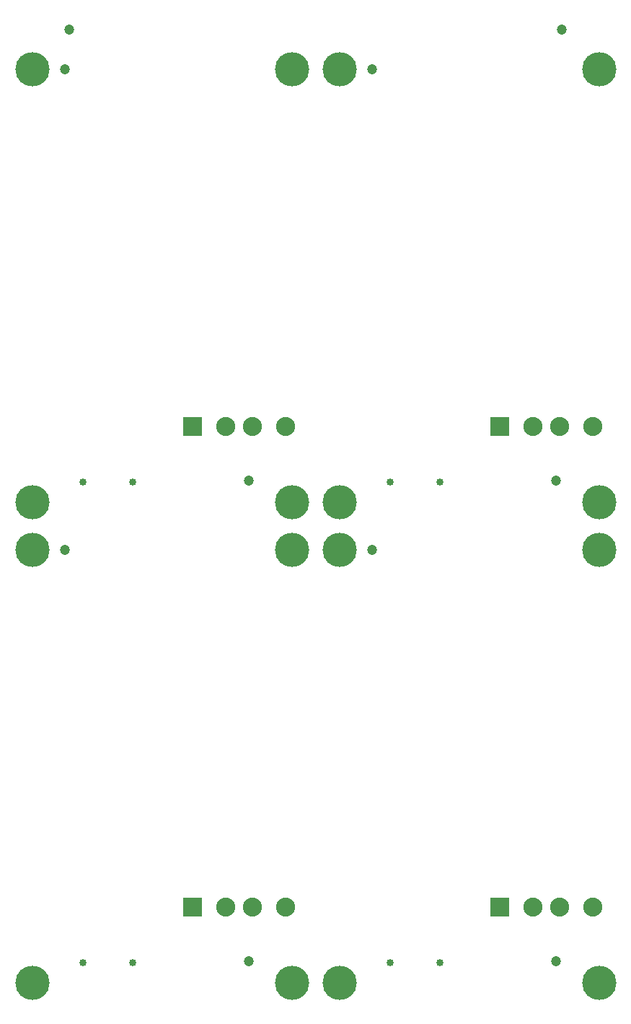
<source format=gbs>
G04 EAGLE Gerber RS-274X export*
G75*
%MOMM*%
%FSLAX34Y34*%
%LPD*%
%INSoldermask Bottom*%
%IPPOS*%
%AMOC8*
5,1,8,0,0,1.08239X$1,22.5*%
G01*
%ADD10C,0.853200*%
%ADD11C,4.013200*%
%ADD12C,1.203200*%
%ADD13R,2.235200X2.235200*%
%ADD14C,2.235200*%


D10*
X85400Y49050D03*
X143200Y49050D03*
D11*
X330200Y533400D03*
X25400Y533400D03*
X330200Y25400D03*
X25400Y25400D03*
D12*
X279400Y50800D03*
X63500Y533400D03*
D13*
X214122Y114300D03*
D14*
X252678Y114300D03*
X284122Y114300D03*
X322678Y114300D03*
D10*
X446080Y49050D03*
X503880Y49050D03*
D11*
X690880Y533400D03*
X386080Y533400D03*
X690880Y25400D03*
X386080Y25400D03*
D12*
X640080Y50800D03*
X424180Y533400D03*
D13*
X574802Y114300D03*
D14*
X613358Y114300D03*
X644802Y114300D03*
X683358Y114300D03*
D10*
X85400Y612930D03*
X143200Y612930D03*
D11*
X330200Y1097280D03*
X25400Y1097280D03*
X330200Y589280D03*
X25400Y589280D03*
D12*
X279400Y614680D03*
X63500Y1097280D03*
D13*
X214122Y678180D03*
D14*
X252678Y678180D03*
X284122Y678180D03*
X322678Y678180D03*
D10*
X446080Y612930D03*
X503880Y612930D03*
D11*
X690880Y1097280D03*
X386080Y1097280D03*
X690880Y589280D03*
X386080Y589280D03*
D12*
X640080Y614680D03*
X424180Y1097280D03*
D13*
X574802Y678180D03*
D14*
X613358Y678180D03*
X644802Y678180D03*
X683358Y678180D03*
D12*
X68580Y1143635D03*
X647065Y1143635D03*
M02*

</source>
